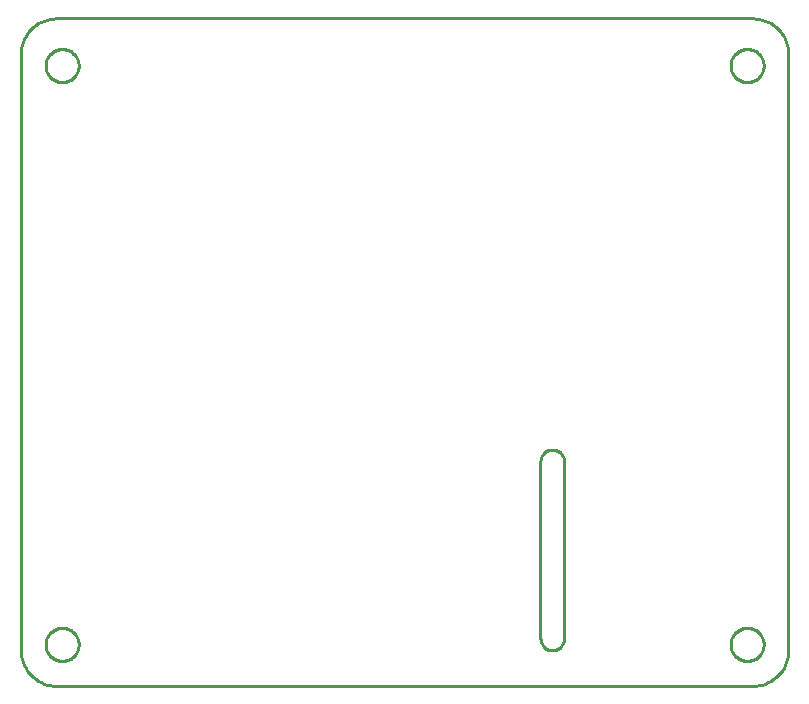
<source format=gbr>
G04 EAGLE Gerber RS-274X export*
G75*
%MOMM*%
%FSLAX34Y34*%
%LPD*%
%IN*%
%IPPOS*%
%AMOC8*
5,1,8,0,0,1.08239X$1,22.5*%
G01*
%ADD10C,0.254000*%


D10*
X0Y17300D02*
X114Y14685D01*
X456Y12091D01*
X1022Y9535D01*
X1809Y7039D01*
X2811Y4621D01*
X4019Y2300D01*
X5425Y93D01*
X7019Y-1984D01*
X8787Y-3913D01*
X10716Y-5681D01*
X12793Y-7275D01*
X15000Y-8681D01*
X17321Y-9889D01*
X19739Y-10891D01*
X22235Y-11678D01*
X24791Y-12244D01*
X27385Y-12586D01*
X30000Y-12700D01*
X620000Y-12700D01*
X622615Y-12586D01*
X625209Y-12244D01*
X627765Y-11678D01*
X630261Y-10891D01*
X632679Y-9889D01*
X635000Y-8681D01*
X637207Y-7275D01*
X639284Y-5681D01*
X641213Y-3913D01*
X642981Y-1984D01*
X644575Y93D01*
X645981Y2300D01*
X647189Y4621D01*
X648191Y7039D01*
X648978Y9535D01*
X649544Y12091D01*
X649886Y14685D01*
X650000Y17300D01*
X650000Y522300D01*
X649886Y524915D01*
X649544Y527509D01*
X648978Y530065D01*
X648191Y532561D01*
X647189Y534979D01*
X645981Y537300D01*
X644575Y539507D01*
X642981Y541584D01*
X641213Y543513D01*
X639284Y545281D01*
X637207Y546875D01*
X635000Y548281D01*
X632679Y549489D01*
X630261Y550491D01*
X627765Y551278D01*
X625209Y551844D01*
X622615Y552186D01*
X620000Y552300D01*
X30000Y552300D01*
X27385Y552186D01*
X24791Y551844D01*
X22235Y551278D01*
X19739Y550491D01*
X17321Y549489D01*
X15000Y548281D01*
X12793Y546875D01*
X10716Y545281D01*
X8787Y543513D01*
X7019Y541584D01*
X5425Y539507D01*
X4019Y537300D01*
X2811Y534979D01*
X1809Y532561D01*
X1022Y530065D01*
X456Y527509D01*
X114Y524915D01*
X0Y522300D01*
X0Y17300D01*
X440000Y27300D02*
X440038Y26428D01*
X440152Y25564D01*
X440341Y24712D01*
X440603Y23880D01*
X440937Y23074D01*
X441340Y22300D01*
X441808Y21564D01*
X442340Y20872D01*
X442929Y20229D01*
X443572Y19640D01*
X444264Y19108D01*
X445000Y18640D01*
X445774Y18237D01*
X446580Y17903D01*
X447412Y17641D01*
X448264Y17452D01*
X449128Y17338D01*
X450000Y17300D01*
X450872Y17338D01*
X451736Y17452D01*
X452588Y17641D01*
X453420Y17903D01*
X454226Y18237D01*
X455000Y18640D01*
X455736Y19108D01*
X456428Y19640D01*
X457071Y20229D01*
X457660Y20872D01*
X458192Y21564D01*
X458660Y22300D01*
X459063Y23074D01*
X459397Y23880D01*
X459659Y24712D01*
X459848Y25564D01*
X459962Y26428D01*
X460000Y27300D01*
X460000Y177300D01*
X459962Y178172D01*
X459848Y179036D01*
X459659Y179888D01*
X459397Y180720D01*
X459063Y181526D01*
X458660Y182300D01*
X458192Y183036D01*
X457660Y183728D01*
X457071Y184371D01*
X456428Y184960D01*
X455736Y185492D01*
X455000Y185960D01*
X454226Y186363D01*
X453420Y186697D01*
X452588Y186959D01*
X451736Y187148D01*
X450872Y187262D01*
X450000Y187300D01*
X449128Y187262D01*
X448264Y187148D01*
X447412Y186959D01*
X446580Y186697D01*
X445774Y186363D01*
X445000Y185960D01*
X444264Y185492D01*
X443572Y184960D01*
X442929Y184371D01*
X442340Y183728D01*
X441808Y183036D01*
X441340Y182300D01*
X440937Y181526D01*
X440603Y180720D01*
X440341Y179888D01*
X440152Y179036D01*
X440038Y178172D01*
X440000Y177300D01*
X440000Y27300D01*
X49000Y21800D02*
X48929Y20803D01*
X48786Y19813D01*
X48574Y18836D01*
X48292Y17876D01*
X47943Y16939D01*
X47527Y16029D01*
X47048Y15152D01*
X46507Y14310D01*
X45908Y13510D01*
X45253Y12754D01*
X44546Y12047D01*
X43790Y11392D01*
X42990Y10793D01*
X42148Y10252D01*
X41271Y9773D01*
X40361Y9357D01*
X39424Y9008D01*
X38465Y8726D01*
X37487Y8514D01*
X36498Y8371D01*
X35500Y8300D01*
X34500Y8300D01*
X33503Y8371D01*
X32513Y8514D01*
X31536Y8726D01*
X30576Y9008D01*
X29639Y9357D01*
X28729Y9773D01*
X27852Y10252D01*
X27010Y10793D01*
X26210Y11392D01*
X25454Y12047D01*
X24747Y12754D01*
X24092Y13510D01*
X23493Y14310D01*
X22952Y15152D01*
X22473Y16029D01*
X22057Y16939D01*
X21708Y17876D01*
X21426Y18836D01*
X21214Y19813D01*
X21071Y20803D01*
X21000Y21800D01*
X21000Y22800D01*
X21071Y23798D01*
X21214Y24787D01*
X21426Y25765D01*
X21708Y26724D01*
X22057Y27661D01*
X22473Y28571D01*
X22952Y29448D01*
X23493Y30290D01*
X24092Y31090D01*
X24747Y31846D01*
X25454Y32553D01*
X26210Y33208D01*
X27010Y33807D01*
X27852Y34348D01*
X28729Y34827D01*
X29639Y35243D01*
X30576Y35592D01*
X31536Y35874D01*
X32513Y36086D01*
X33503Y36229D01*
X34500Y36300D01*
X35500Y36300D01*
X36498Y36229D01*
X37487Y36086D01*
X38465Y35874D01*
X39424Y35592D01*
X40361Y35243D01*
X41271Y34827D01*
X42148Y34348D01*
X42990Y33807D01*
X43790Y33208D01*
X44546Y32553D01*
X45253Y31846D01*
X45908Y31090D01*
X46507Y30290D01*
X47048Y29448D01*
X47527Y28571D01*
X47943Y27661D01*
X48292Y26724D01*
X48574Y25765D01*
X48786Y24787D01*
X48929Y23798D01*
X49000Y22800D01*
X49000Y21800D01*
X49000Y511800D02*
X48929Y510803D01*
X48786Y509813D01*
X48574Y508836D01*
X48292Y507876D01*
X47943Y506939D01*
X47527Y506029D01*
X47048Y505152D01*
X46507Y504310D01*
X45908Y503510D01*
X45253Y502754D01*
X44546Y502047D01*
X43790Y501392D01*
X42990Y500793D01*
X42148Y500252D01*
X41271Y499773D01*
X40361Y499357D01*
X39424Y499008D01*
X38465Y498726D01*
X37487Y498514D01*
X36498Y498371D01*
X35500Y498300D01*
X34500Y498300D01*
X33503Y498371D01*
X32513Y498514D01*
X31536Y498726D01*
X30576Y499008D01*
X29639Y499357D01*
X28729Y499773D01*
X27852Y500252D01*
X27010Y500793D01*
X26210Y501392D01*
X25454Y502047D01*
X24747Y502754D01*
X24092Y503510D01*
X23493Y504310D01*
X22952Y505152D01*
X22473Y506029D01*
X22057Y506939D01*
X21708Y507876D01*
X21426Y508836D01*
X21214Y509813D01*
X21071Y510803D01*
X21000Y511800D01*
X21000Y512800D01*
X21071Y513798D01*
X21214Y514787D01*
X21426Y515765D01*
X21708Y516724D01*
X22057Y517661D01*
X22473Y518571D01*
X22952Y519448D01*
X23493Y520290D01*
X24092Y521090D01*
X24747Y521846D01*
X25454Y522553D01*
X26210Y523208D01*
X27010Y523807D01*
X27852Y524348D01*
X28729Y524827D01*
X29639Y525243D01*
X30576Y525592D01*
X31536Y525874D01*
X32513Y526086D01*
X33503Y526229D01*
X34500Y526300D01*
X35500Y526300D01*
X36498Y526229D01*
X37487Y526086D01*
X38465Y525874D01*
X39424Y525592D01*
X40361Y525243D01*
X41271Y524827D01*
X42148Y524348D01*
X42990Y523807D01*
X43790Y523208D01*
X44546Y522553D01*
X45253Y521846D01*
X45908Y521090D01*
X46507Y520290D01*
X47048Y519448D01*
X47527Y518571D01*
X47943Y517661D01*
X48292Y516724D01*
X48574Y515765D01*
X48786Y514787D01*
X48929Y513798D01*
X49000Y512800D01*
X49000Y511800D01*
X629000Y511800D02*
X628929Y510803D01*
X628786Y509813D01*
X628574Y508836D01*
X628292Y507876D01*
X627943Y506939D01*
X627527Y506029D01*
X627048Y505152D01*
X626507Y504310D01*
X625908Y503510D01*
X625253Y502754D01*
X624546Y502047D01*
X623790Y501392D01*
X622990Y500793D01*
X622148Y500252D01*
X621271Y499773D01*
X620361Y499357D01*
X619424Y499008D01*
X618465Y498726D01*
X617487Y498514D01*
X616498Y498371D01*
X615500Y498300D01*
X614500Y498300D01*
X613503Y498371D01*
X612513Y498514D01*
X611536Y498726D01*
X610576Y499008D01*
X609639Y499357D01*
X608729Y499773D01*
X607852Y500252D01*
X607010Y500793D01*
X606210Y501392D01*
X605454Y502047D01*
X604747Y502754D01*
X604092Y503510D01*
X603493Y504310D01*
X602952Y505152D01*
X602473Y506029D01*
X602057Y506939D01*
X601708Y507876D01*
X601426Y508836D01*
X601214Y509813D01*
X601071Y510803D01*
X601000Y511800D01*
X601000Y512800D01*
X601071Y513798D01*
X601214Y514787D01*
X601426Y515765D01*
X601708Y516724D01*
X602057Y517661D01*
X602473Y518571D01*
X602952Y519448D01*
X603493Y520290D01*
X604092Y521090D01*
X604747Y521846D01*
X605454Y522553D01*
X606210Y523208D01*
X607010Y523807D01*
X607852Y524348D01*
X608729Y524827D01*
X609639Y525243D01*
X610576Y525592D01*
X611536Y525874D01*
X612513Y526086D01*
X613503Y526229D01*
X614500Y526300D01*
X615500Y526300D01*
X616498Y526229D01*
X617487Y526086D01*
X618465Y525874D01*
X619424Y525592D01*
X620361Y525243D01*
X621271Y524827D01*
X622148Y524348D01*
X622990Y523807D01*
X623790Y523208D01*
X624546Y522553D01*
X625253Y521846D01*
X625908Y521090D01*
X626507Y520290D01*
X627048Y519448D01*
X627527Y518571D01*
X627943Y517661D01*
X628292Y516724D01*
X628574Y515765D01*
X628786Y514787D01*
X628929Y513798D01*
X629000Y512800D01*
X629000Y511800D01*
X629000Y21800D02*
X628929Y20803D01*
X628786Y19813D01*
X628574Y18836D01*
X628292Y17876D01*
X627943Y16939D01*
X627527Y16029D01*
X627048Y15152D01*
X626507Y14310D01*
X625908Y13510D01*
X625253Y12754D01*
X624546Y12047D01*
X623790Y11392D01*
X622990Y10793D01*
X622148Y10252D01*
X621271Y9773D01*
X620361Y9357D01*
X619424Y9008D01*
X618465Y8726D01*
X617487Y8514D01*
X616498Y8371D01*
X615500Y8300D01*
X614500Y8300D01*
X613503Y8371D01*
X612513Y8514D01*
X611536Y8726D01*
X610576Y9008D01*
X609639Y9357D01*
X608729Y9773D01*
X607852Y10252D01*
X607010Y10793D01*
X606210Y11392D01*
X605454Y12047D01*
X604747Y12754D01*
X604092Y13510D01*
X603493Y14310D01*
X602952Y15152D01*
X602473Y16029D01*
X602057Y16939D01*
X601708Y17876D01*
X601426Y18836D01*
X601214Y19813D01*
X601071Y20803D01*
X601000Y21800D01*
X601000Y22800D01*
X601071Y23798D01*
X601214Y24787D01*
X601426Y25765D01*
X601708Y26724D01*
X602057Y27661D01*
X602473Y28571D01*
X602952Y29448D01*
X603493Y30290D01*
X604092Y31090D01*
X604747Y31846D01*
X605454Y32553D01*
X606210Y33208D01*
X607010Y33807D01*
X607852Y34348D01*
X608729Y34827D01*
X609639Y35243D01*
X610576Y35592D01*
X611536Y35874D01*
X612513Y36086D01*
X613503Y36229D01*
X614500Y36300D01*
X615500Y36300D01*
X616498Y36229D01*
X617487Y36086D01*
X618465Y35874D01*
X619424Y35592D01*
X620361Y35243D01*
X621271Y34827D01*
X622148Y34348D01*
X622990Y33807D01*
X623790Y33208D01*
X624546Y32553D01*
X625253Y31846D01*
X625908Y31090D01*
X626507Y30290D01*
X627048Y29448D01*
X627527Y28571D01*
X627943Y27661D01*
X628292Y26724D01*
X628574Y25765D01*
X628786Y24787D01*
X628929Y23798D01*
X629000Y22800D01*
X629000Y21800D01*
M02*

</source>
